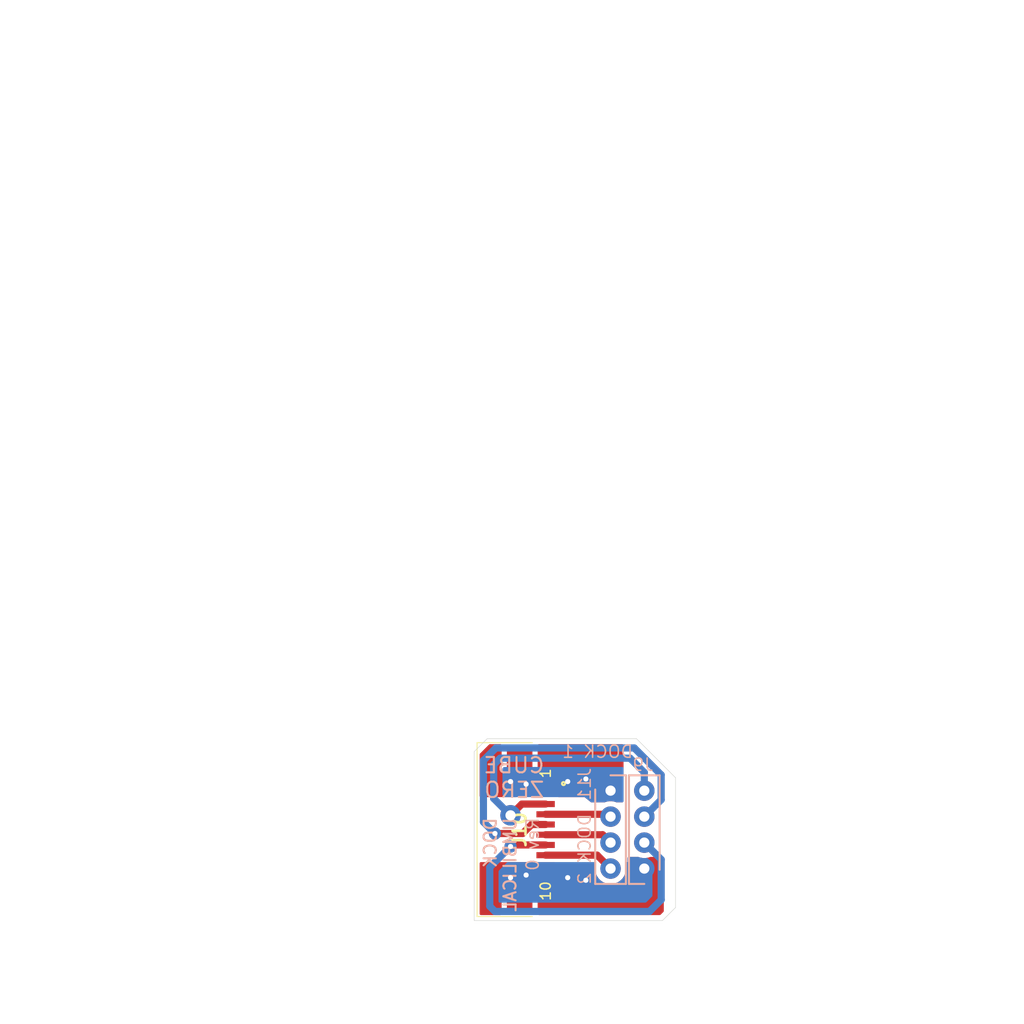
<source format=kicad_pcb>
(kicad_pcb (version 20171130) (host pcbnew "(5.1.9)-1")

  (general
    (thickness 1.6)
    (drawings 14)
    (tracks 47)
    (zones 0)
    (modules 3)
    (nets 9)
  )

  (page A4)
  (layers
    (0 F.Cu signal)
    (31 B.Cu signal)
    (32 B.Adhes user)
    (33 F.Adhes user)
    (34 B.Paste user)
    (35 F.Paste user)
    (36 B.SilkS user)
    (37 F.SilkS user)
    (38 B.Mask user)
    (39 F.Mask user)
    (40 Dwgs.User user)
    (41 Cmts.User user)
    (42 Eco1.User user)
    (43 Eco2.User user)
    (44 Edge.Cuts user)
    (45 Margin user)
    (46 B.CrtYd user)
    (47 F.CrtYd user)
    (48 B.Fab user)
    (49 F.Fab user)
  )

  (setup
    (last_trace_width 0.7)
    (user_trace_width 0.5)
    (user_trace_width 0.7)
    (user_trace_width 0.8)
    (user_trace_width 0.9)
    (user_trace_width 1)
    (user_trace_width 1.5)
    (user_trace_width 1.9)
    (user_trace_width 2)
    (user_trace_width 3)
    (user_trace_width 4)
    (trace_clearance 0.3)
    (zone_clearance 0.508)
    (zone_45_only no)
    (trace_min 0.2)
    (via_size 0.8)
    (via_drill 0.4)
    (via_min_size 0.4)
    (via_min_drill 0.3)
    (user_via 1.2 0.5)
    (user_via 2 1)
    (user_via 3 1.5)
    (user_via 4 2)
    (uvia_size 0.3)
    (uvia_drill 0.1)
    (uvias_allowed no)
    (uvia_min_size 0.2)
    (uvia_min_drill 0.1)
    (edge_width 0.05)
    (segment_width 0.2)
    (pcb_text_width 0.3)
    (pcb_text_size 1.5 1.5)
    (mod_edge_width 0.12)
    (mod_text_size 1 1)
    (mod_text_width 0.15)
    (pad_size 1.8 3.9)
    (pad_drill 0)
    (pad_to_mask_clearance 0)
    (aux_axis_origin 0 0)
    (visible_elements 7FFFFFFF)
    (pcbplotparams
      (layerselection 0x010fc_ffffffff)
      (usegerberextensions false)
      (usegerberattributes true)
      (usegerberadvancedattributes true)
      (creategerberjobfile true)
      (excludeedgelayer true)
      (linewidth 0.100000)
      (plotframeref false)
      (viasonmask false)
      (mode 1)
      (useauxorigin false)
      (hpglpennumber 1)
      (hpglpenspeed 20)
      (hpglpendiameter 15.000000)
      (psnegative false)
      (psa4output false)
      (plotreference true)
      (plotvalue true)
      (plotinvisibletext false)
      (padsonsilk false)
      (subtractmaskfromsilk false)
      (outputformat 1)
      (mirror false)
      (drillshape 1)
      (scaleselection 1)
      (outputdirectory ""))
  )

  (net 0 "")
  (net 1 /AUX0_2)
  (net 2 /3V3_2)
  (net 3 /GND1_2)
  (net 4 /24V_2)
  (net 5 /HEATER_OUT_2)
  (net 6 /THERM_OUT_2)
  (net 7 /GND_2)
  (net 8 /V_AUX0_2)

  (net_class Default "This is the default net class."
    (clearance 0.3)
    (trace_width 0.3)
    (via_dia 0.8)
    (via_drill 0.4)
    (uvia_dia 0.3)
    (uvia_drill 0.1)
    (add_net /24V_2)
    (add_net /24V_3)
    (add_net /3V3_2)
    (add_net /3V3_3)
    (add_net /AUX0_2)
    (add_net /AUX0_3)
    (add_net /GND1_2)
    (add_net /GND1_3)
    (add_net /GND_2)
    (add_net /HEATER_OUT_2)
    (add_net /HEATER_OUT_3)
    (add_net /THERM_OUT_2)
    (add_net /THERM_OUT_3)
    (add_net /V_AUX0_2)
    (add_net "Net-(J13-Pad3)")
    (add_net "Net-(J13-Pad4)")
    (add_net "Net-(J13-Pad5)")
    (add_net "Net-(J13-Pad6)")
    (add_net "Net-(J13-Pad7)")
    (add_net "Net-(J13-Pad8)")
  )

  (module 0c-boards:ZF1-10-XX-ZZ-WT-TR (layer F.Cu) (tedit 6005BB57) (tstamp 60089AD0)
    (at 168.275 106.045 270)
    (descr ZF1-10-XX-ZZ-WT-TR)
    (tags Connector)
    (path /6008D6D2)
    (attr smd)
    (fp_text reference J10 (at 0 2.54 90) (layer F.SilkS)
      (effects (font (size 1.27 1.27) (thickness 0.254)))
    )
    (fp_text value ZF1-10-01-T-WT-TR (at 0 5.207 90) (layer F.Fab)
      (effects (font (size 1.27 1.27) (thickness 0.254)))
    )
    (fp_circle (center -4.5 -1.75) (end -4.5 -1.7) (layer F.SilkS) (width 0.2))
    (fp_line (start -9.7 7.9) (end -9.7 -2.85) (layer F.CrtYd) (width 0.05))
    (fp_line (start 9.7 7.9) (end -9.7 7.9) (layer F.CrtYd) (width 0.05))
    (fp_line (start 9.7 -2.85) (end 9.7 7.9) (layer F.CrtYd) (width 0.05))
    (fp_line (start -9.7 -2.85) (end 9.7 -2.85) (layer F.CrtYd) (width 0.05))
    (fp_line (start -8.5 6.7) (end -8.5 1.3) (layer F.SilkS) (width 0.1))
    (fp_line (start 8.5 6.7) (end -8.5 6.7) (layer F.SilkS) (width 0.1))
    (fp_line (start 8.5 1.3) (end 8.5 6.7) (layer F.SilkS) (width 0.1))
    (fp_line (start -8.5 6.7) (end -8.5 1.3) (layer F.Fab) (width 0.2))
    (fp_line (start 8.5 6.7) (end -8.5 6.7) (layer F.Fab) (width 0.2))
    (fp_line (start 8.5 1.3) (end 8.5 6.7) (layer F.Fab) (width 0.2))
    (fp_line (start -8.5 1.3) (end 8.5 1.3) (layer F.Fab) (width 0.2))
    (fp_text user 10 (at 6 0 90) (layer F.SilkS)
      (effects (font (size 1 1) (thickness 0.15)))
    )
    (fp_text user 1 (at -5.5 0 90) (layer F.SilkS)
      (effects (font (size 1 1) (thickness 0.15)))
    )
    (fp_text user %R (at 0 2.54 90) (layer F.Fab)
      (effects (font (size 1.27 1.27) (thickness 0.254)))
    )
    (pad 12 smd rect (at 7.1 2.54 270) (size 2.2 2.5) (layers F.Cu F.Paste F.Mask))
    (pad 11 smd rect (at -7.1 2.54 270) (size 2.2 2.5) (layers F.Cu F.Paste F.Mask))
    (pad 10 smd rect (at 4.5 0 270) (size 0.6 1.8) (layers F.Cu F.Paste F.Mask)
      (net 5 /HEATER_OUT_2))
    (pad 9 smd rect (at 3.5 0 270) (size 0.6 1.8) (layers F.Cu F.Paste F.Mask)
      (net 5 /HEATER_OUT_2))
    (pad 8 smd rect (at 2.5 0 270) (size 0.6 1.8) (layers F.Cu F.Paste F.Mask)
      (net 7 /GND_2))
    (pad 7 smd rect (at 1.5 0 270) (size 0.6 1.8) (layers F.Cu F.Paste F.Mask)
      (net 3 /GND1_2))
    (pad 6 smd rect (at 0.5 0 270) (size 0.6 1.8) (layers F.Cu F.Paste F.Mask)
      (net 6 /THERM_OUT_2))
    (pad 5 smd rect (at -0.5 0 270) (size 0.6 1.8) (layers F.Cu F.Paste F.Mask)
      (net 2 /3V3_2))
    (pad 4 smd rect (at -1.5 0 270) (size 0.6 1.8) (layers F.Cu F.Paste F.Mask)
      (net 8 /V_AUX0_2))
    (pad 3 smd rect (at -2.5 0 270) (size 0.6 1.8) (layers F.Cu F.Paste F.Mask)
      (net 1 /AUX0_2))
    (pad 2 smd rect (at -3.5 0 270) (size 0.6 1.8) (layers F.Cu F.Paste F.Mask)
      (net 4 /24V_2))
    (pad 1 smd rect (at -4.5 0 270) (size 0.6 1.8) (layers F.Cu F.Paste F.Mask)
      (net 4 /24V_2))
    (model "D:/Users/Dave/Documents/3D Printing/Cube Zero/Electronics/switcher/c-boards/c-boards.pretty/ZF1-10-01-T-WT-TR.stp"
      (offset (xyz 0 -6.7 1.5))
      (scale (xyz 1 1 1))
      (rotate (xyz -90 0 0))
    )
  )

  (module 0c-boards:811-S1-004-10-017101 (layer B.Cu) (tedit 60040630) (tstamp 600CD6DF)
    (at 174.625 106.045 270)
    (descr "Preci-Dip 8x1 Spring Pin Thru Hole 2.54mm Header")
    (path /6008CF04)
    (fp_text reference J11 (at -4.445 2.54 270) (layer B.SilkS)
      (effects (font (size 1.2 1.2) (thickness 0.15)) (justify mirror))
    )
    (fp_text value "DOCK 2" (at 1.905 2.54 90) (layer B.SilkS)
      (effects (font (size 1.2 1.2) (thickness 0.15)) (justify mirror))
    )
    (fp_line (start -5.06 -1.25) (end -5.06 1.25) (layer B.CrtYd) (width 0.05))
    (fp_line (start 5.06 -1.25) (end -5.06 -1.25) (layer B.CrtYd) (width 0.05))
    (fp_line (start 5.06 1.25) (end 5.06 -1.25) (layer B.CrtYd) (width 0.05))
    (fp_line (start -5.06 1.25) (end 5.06 1.25) (layer B.CrtYd) (width 0.05))
    (fp_line (start -5.31 -1.5) (end -5.31 0) (layer B.SilkS) (width 0.2))
    (fp_line (start 5.31 -1.5) (end -5.31 -1.5) (layer B.SilkS) (width 0.2))
    (fp_line (start 5.31 1.5) (end 5.31 -1.5) (layer B.SilkS) (width 0.2))
    (fp_line (start -3.92 1.5) (end 5.31 1.5) (layer B.SilkS) (width 0.2))
    (pad 1 thru_hole circle (at -3.81 0 270) (size 2 2) (drill 1) (layers *.Cu *.Mask)
      (net 4 /24V_2))
    (pad 2 thru_hole circle (at -1.27 0 270) (size 2 2) (drill 1) (layers *.Cu *.Mask)
      (net 8 /V_AUX0_2))
    (pad 3 thru_hole circle (at 1.27 0 270) (size 2 2) (drill 1) (layers *.Cu *.Mask)
      (net 6 /THERM_OUT_2))
    (pad 4 thru_hole circle (at 3.81 0 270) (size 2 2) (drill 1) (layers *.Cu *.Mask)
      (net 7 /GND_2))
    (model "D:/Users/Dave/Documents/3D Printing/Cube Zero/Electronics/switcher/c-boards/c-boards.pretty/811-S1-004-10-017.step"
      (offset (xyz -3.82 0 0))
      (scale (xyz 1 1 1))
      (rotate (xyz 0 0 0))
    )
  )

  (module 0c-boards:811-S1-004-10-017101 (layer B.Cu) (tedit 60040630) (tstamp 600CD6A2)
    (at 177.925 106.045 90)
    (descr "Preci-Dip 8x1 Spring Pin Thru Hole 2.54mm Header")
    (path /6008C108)
    (fp_text reference J9 (at 6.35 -0.125) (layer B.SilkS)
      (effects (font (size 1.2 1.2) (thickness 0.15)) (justify mirror))
    )
    (fp_text value "DOCK 1" (at 7.62 -4.57) (layer B.SilkS)
      (effects (font (size 1.2 1.2) (thickness 0.15)) (justify mirror))
    )
    (fp_line (start -5.06 -1.25) (end -5.06 1.25) (layer B.CrtYd) (width 0.05))
    (fp_line (start 5.06 -1.25) (end -5.06 -1.25) (layer B.CrtYd) (width 0.05))
    (fp_line (start 5.06 1.25) (end 5.06 -1.25) (layer B.CrtYd) (width 0.05))
    (fp_line (start -5.06 1.25) (end 5.06 1.25) (layer B.CrtYd) (width 0.05))
    (fp_line (start -5.31 -1.5) (end -5.31 0) (layer B.SilkS) (width 0.2))
    (fp_line (start 5.31 -1.5) (end -5.31 -1.5) (layer B.SilkS) (width 0.2))
    (fp_line (start 5.31 1.5) (end 5.31 -1.5) (layer B.SilkS) (width 0.2))
    (fp_line (start -3.92 1.5) (end 5.31 1.5) (layer B.SilkS) (width 0.2))
    (pad 1 thru_hole circle (at -3.81 0 90) (size 2 2) (drill 1) (layers *.Cu *.Mask)
      (net 5 /HEATER_OUT_2))
    (pad 2 thru_hole circle (at -1.27 0 90) (size 2 2) (drill 1) (layers *.Cu *.Mask)
      (net 3 /GND1_2))
    (pad 3 thru_hole circle (at 1.27 0 90) (size 2 2) (drill 1) (layers *.Cu *.Mask)
      (net 2 /3V3_2))
    (pad 4 thru_hole circle (at 3.81 0 90) (size 2 2) (drill 1) (layers *.Cu *.Mask)
      (net 1 /AUX0_2))
    (model "D:/Users/Dave/Documents/3D Printing/Cube Zero/Electronics/switcher/c-boards/c-boards.pretty/811-S1-004-10-017.step"
      (offset (xyz -3.82 0 0))
      (scale (xyz 1 1 1))
      (rotate (xyz 0 0 0))
    )
  )

  (gr_line (start 161.29 114.935) (end 161.29 98.425) (layer Edge.Cuts) (width 0.05) (tstamp 600CD6FD))
  (gr_line (start 179.705 114.935) (end 161.29 114.935) (layer Edge.Cuts) (width 0.05))
  (gr_line (start 180.975 113.665) (end 179.705 114.935) (layer Edge.Cuts) (width 0.05))
  (gr_line (start 180.975 100.965) (end 180.975 113.665) (layer Edge.Cuts) (width 0.05))
  (gr_line (start 177.165 97.155) (end 180.975 100.965) (layer Edge.Cuts) (width 0.05))
  (gr_line (start 162.56 97.155) (end 177.165 97.155) (layer Edge.Cuts) (width 0.05))
  (gr_line (start 161.29 98.425) (end 162.56 97.155) (layer Edge.Cuts) (width 0.05))
  (gr_line (start 215 125) (end 215 25) (layer Dwgs.User) (width 0.15))
  (gr_line (start 215 25) (end 115 25) (layer Dwgs.User) (width 0.15) (tstamp 6009DBBA))
  (gr_poly (pts (xy 169.1005 102.489) (xy 167.4241 102.489) (xy 167.4241 101.5238) (xy 169.1005 101.5238)) (layer F.Mask) (width 0.1) (tstamp 60095F7C))
  (gr_poly (pts (xy 169.1005 110.5027) (xy 167.4241 110.5027) (xy 167.4241 109.5375) (xy 169.1005 109.5375)) (layer F.Mask) (width 0.1) (tstamp 60095F8E))
  (gr_text "CUBE\nZERO" (at 168.275 100.965) (layer B.SilkS) (tstamp 60095F5B)
    (effects (font (size 1.5 1.5) (thickness 0.2)) (justify left mirror))
  )
  (gr_text "Rev 0" (at 167.005 104.775 90) (layer B.SilkS) (tstamp 60095F5E)
    (effects (font (size 1.2 1.2) (thickness 0.15)) (justify left mirror))
  )
  (gr_text "DOCK\nUMBILICAL" (at 163.83 104.775 90) (layer B.SilkS) (tstamp 60095F61)
    (effects (font (size 1.2 1.2) (thickness 0.2)) (justify left mirror))
  )

  (via (at 164.846 104.648) (size 2) (drill 1) (layers F.Cu B.Cu) (net 1))
  (segment (start 165.949 103.545) (end 164.846 104.648) (width 0.7) (layer F.Cu) (net 1))
  (segment (start 168.275 103.545) (end 165.949 103.545) (width 0.7) (layer F.Cu) (net 1))
  (segment (start 177.925 100.455) (end 177.925 102.235) (width 0.7) (layer B.Cu) (net 1))
  (segment (start 176.53 99.06) (end 177.925 100.455) (width 0.7) (layer B.Cu) (net 1))
  (segment (start 163.83 99.06) (end 176.53 99.06) (width 0.7) (layer B.Cu) (net 1))
  (segment (start 163.195 99.695) (end 163.83 99.06) (width 0.7) (layer B.Cu) (net 1))
  (segment (start 163.195 102.997) (end 163.195 99.695) (width 0.7) (layer B.Cu) (net 1))
  (segment (start 164.846 104.648) (end 163.195 102.997) (width 0.7) (layer B.Cu) (net 1))
  (segment (start 163.415783 98.05999) (end 162.19499 99.280783) (width 0.7) (layer B.Cu) (net 2))
  (segment (start 176.944217 98.05999) (end 163.415783 98.05999) (width 0.7) (layer B.Cu) (net 2))
  (segment (start 179.575001 100.690774) (end 176.944217 98.05999) (width 0.7) (layer B.Cu) (net 2))
  (segment (start 162.19499 99.280783) (end 162.19499 103.284216) (width 0.7) (layer B.Cu) (net 2))
  (segment (start 179.575001 103.124999) (end 179.575001 100.690774) (width 0.7) (layer B.Cu) (net 2))
  (segment (start 177.925 104.775) (end 179.575001 103.124999) (width 0.7) (layer B.Cu) (net 2))
  (via (at 163.322 106.426) (size 1.2) (drill 0.5) (layers F.Cu B.Cu) (net 2))
  (segment (start 162.19499 105.29899) (end 163.322 106.426) (width 0.7) (layer B.Cu) (net 2))
  (segment (start 162.19499 103.284216) (end 162.19499 105.29899) (width 0.7) (layer B.Cu) (net 2))
  (segment (start 166.904998 105.545) (end 168.275 105.545) (width 0.7) (layer F.Cu) (net 2))
  (segment (start 166.023998 106.426) (end 166.904998 105.545) (width 0.7) (layer F.Cu) (net 2))
  (segment (start 163.322 106.426) (end 166.023998 106.426) (width 0.7) (layer F.Cu) (net 2))
  (via (at 164.846 107.696) (size 1.2) (drill 0.5) (layers F.Cu B.Cu) (net 3))
  (segment (start 164.997 107.545) (end 164.846 107.696) (width 0.7) (layer F.Cu) (net 3))
  (segment (start 168.275 107.545) (end 164.997 107.545) (width 0.7) (layer F.Cu) (net 3))
  (segment (start 179.578 108.968) (end 177.925 107.315) (width 0.7) (layer B.Cu) (net 3))
  (segment (start 163.322 114.046) (end 178.435 114.046) (width 0.7) (layer B.Cu) (net 3))
  (segment (start 162.814 113.538) (end 163.322 114.046) (width 0.7) (layer B.Cu) (net 3))
  (segment (start 162.814 109.728) (end 162.814 113.538) (width 0.7) (layer B.Cu) (net 3))
  (segment (start 164.846 107.696) (end 162.814 109.728) (width 0.7) (layer B.Cu) (net 3))
  (segment (start 179.578 112.903) (end 178.435 114.046) (width 0.7) (layer B.Cu) (net 3))
  (segment (start 179.578 108.968) (end 179.578 112.903) (width 0.7) (layer B.Cu) (net 3))
  (segment (start 168.275 101.545) (end 168.275 102.545) (width 0.3) (layer F.Cu) (net 4))
  (via (at 164.846 101.346) (size 1.2) (drill 0.5) (layers F.Cu B.Cu) (net 4))
  (via (at 166.37 101.6) (size 1.2) (drill 0.5) (layers F.Cu B.Cu) (net 4))
  (via (at 172.212 101.092) (size 1.2) (drill 0.5) (layers F.Cu B.Cu) (net 4) (tstamp 600CD49D))
  (via (at 170.434 101.346) (size 1.2) (drill 0.5) (layers F.Cu B.Cu) (net 4) (tstamp 600CD4A1))
  (via (at 166.37 110.49) (size 1.2) (drill 0.5) (layers F.Cu B.Cu) (net 5) (tstamp 600CD574))
  (segment (start 168.275 109.545) (end 168.275 110.545) (width 0.3) (layer F.Cu) (net 5))
  (via (at 164.846 110.744) (size 1.2) (drill 0.5) (layers F.Cu B.Cu) (net 5) (tstamp 600CD675))
  (via (at 170.434 110.744) (size 1.2) (drill 0.5) (layers F.Cu B.Cu) (net 5) (tstamp 600CD677))
  (via (at 172.212 110.998) (size 1.2) (drill 0.5) (layers F.Cu B.Cu) (net 5) (tstamp 600CD679))
  (segment (start 173.855 106.545) (end 174.625 107.315) (width 0.7) (layer F.Cu) (net 6))
  (segment (start 168.275 106.545) (end 173.855 106.545) (width 0.7) (layer F.Cu) (net 6))
  (segment (start 173.315 108.545) (end 168.275 108.545) (width 0.7) (layer F.Cu) (net 7))
  (segment (start 174.625 109.855) (end 173.315 108.545) (width 0.7) (layer F.Cu) (net 7))
  (segment (start 174.395 104.545) (end 168.275 104.545) (width 0.7) (layer F.Cu) (net 8))
  (segment (start 174.625 104.775) (end 174.395 104.545) (width 0.7) (layer F.Cu) (net 8))

  (zone (net 5) (net_name /HEATER_OUT_2) (layer F.Cu) (tstamp 0) (hatch edge 0.508)
    (connect_pads yes (clearance 0.508))
    (min_thickness 0.254)
    (fill yes (arc_segments 32) (thermal_gap 0.508) (thermal_bridge_width 0.508))
    (polygon
      (pts
        (xy 179.832 114.808) (xy 161.544 114.808) (xy 161.544 109.22) (xy 176.276 109.22) (xy 176.276 108.712)
        (xy 179.832 108.712)
      )
    )
    (filled_polygon
      (pts
        (xy 177.448088 108.887168) (xy 177.763967 108.95) (xy 178.086033 108.95) (xy 178.401912 108.887168) (xy 178.5182 108.839)
        (xy 179.705 108.839) (xy 179.705 114.00162) (xy 179.43162 114.275) (xy 167.620117 114.275) (xy 167.623072 114.245)
        (xy 167.623072 112.045) (xy 167.610812 111.920518) (xy 167.574502 111.80082) (xy 167.515537 111.690506) (xy 167.436185 111.593815)
        (xy 167.339494 111.514463) (xy 167.22918 111.455498) (xy 167.109482 111.419188) (xy 166.985 111.406928) (xy 164.485 111.406928)
        (xy 164.360518 111.419188) (xy 164.24082 111.455498) (xy 164.130506 111.514463) (xy 164.033815 111.593815) (xy 163.954463 111.690506)
        (xy 163.895498 111.80082) (xy 163.859188 111.920518) (xy 163.846928 112.045) (xy 163.846928 114.245) (xy 163.849883 114.275)
        (xy 161.95 114.275) (xy 161.95 109.347) (xy 166.985733 109.347) (xy 167.020506 109.375537) (xy 167.13082 109.434502)
        (xy 167.250518 109.470812) (xy 167.375 109.483072) (xy 167.97419 109.483072) (xy 168.081906 109.515747) (xy 168.22662 109.53)
        (xy 172.907 109.53) (xy 173.003433 109.626434) (xy 172.99 109.693967) (xy 172.99 110.016033) (xy 173.052832 110.331912)
        (xy 173.176082 110.629463) (xy 173.355013 110.897252) (xy 173.582748 111.124987) (xy 173.850537 111.303918) (xy 174.148088 111.427168)
        (xy 174.463967 111.49) (xy 174.786033 111.49) (xy 175.101912 111.427168) (xy 175.399463 111.303918) (xy 175.667252 111.124987)
        (xy 175.894987 110.897252) (xy 176.073918 110.629463) (xy 176.197168 110.331912) (xy 176.26 110.016033) (xy 176.26 109.693967)
        (xy 176.197168 109.378088) (xy 176.184291 109.347) (xy 176.276 109.347) (xy 176.300776 109.34456) (xy 176.324601 109.337333)
        (xy 176.346557 109.325597) (xy 176.365803 109.309803) (xy 176.381597 109.290557) (xy 176.393333 109.268601) (xy 176.40056 109.244776)
        (xy 176.403 109.22) (xy 176.403 108.839) (xy 177.3318 108.839)
      )
    )
  )
  (zone (net 5) (net_name /HEATER_OUT_2) (layer B.Cu) (tstamp 600CD31E) (hatch edge 0.508)
    (connect_pads yes (clearance 0.508))
    (min_thickness 0.254)
    (fill yes (arc_segments 32) (thermal_gap 0.508) (thermal_bridge_width 0.508))
    (polygon
      (pts
        (xy 179.832 114.808) (xy 161.544 114.808) (xy 161.544 109.22) (xy 176.276 109.22) (xy 176.276 108.712)
        (xy 179.832 108.712)
      )
    )
    (filled_polygon
      (pts
        (xy 177.448088 108.887168) (xy 177.763967 108.95) (xy 178.086033 108.95) (xy 178.153567 108.936567) (xy 178.593 109.376)
        (xy 178.593001 112.494999) (xy 178.027 113.061) (xy 163.799 113.061) (xy 163.799 110.136) (xy 164.588001 109.347)
        (xy 173.065709 109.347) (xy 173.052832 109.378088) (xy 172.99 109.693967) (xy 172.99 110.016033) (xy 173.052832 110.331912)
        (xy 173.176082 110.629463) (xy 173.355013 110.897252) (xy 173.582748 111.124987) (xy 173.850537 111.303918) (xy 174.148088 111.427168)
        (xy 174.463967 111.49) (xy 174.786033 111.49) (xy 175.101912 111.427168) (xy 175.399463 111.303918) (xy 175.667252 111.124987)
        (xy 175.894987 110.897252) (xy 176.073918 110.629463) (xy 176.197168 110.331912) (xy 176.26 110.016033) (xy 176.26 109.693967)
        (xy 176.197168 109.378088) (xy 176.184291 109.347) (xy 176.276 109.347) (xy 176.300776 109.34456) (xy 176.324601 109.337333)
        (xy 176.346557 109.325597) (xy 176.365803 109.309803) (xy 176.381597 109.290557) (xy 176.393333 109.268601) (xy 176.40056 109.244776)
        (xy 176.403 109.22) (xy 176.403 108.839) (xy 177.3318 108.839)
      )
    )
  )
  (zone (net 4) (net_name /24V_2) (layer B.Cu) (tstamp 600CD335) (hatch edge 0.508)
    (connect_pads yes (clearance 0.508))
    (min_thickness 0.254)
    (fill yes (arc_segments 32) (thermal_gap 0.508) (thermal_bridge_width 0.508))
    (polygon
      (pts
        (xy 175.895 99.695) (xy 163.83 99.695) (xy 163.83 102.87) (xy 172.085 102.87) (xy 172.72 103.378)
        (xy 175.895 103.378)
      )
    )
    (filled_polygon
      (pts
        (xy 175.768 103.251) (xy 175.2182 103.251) (xy 175.101912 103.202832) (xy 174.786033 103.14) (xy 174.463967 103.14)
        (xy 174.148088 103.202832) (xy 174.0318 103.251) (xy 172.764548 103.251) (xy 172.164336 102.77083) (xy 172.143465 102.757257)
        (xy 172.120346 102.748018) (xy 172.085 102.743) (xy 164.334 102.743) (xy 164.18 102.589) (xy 164.18 100.103)
        (xy 164.238 100.045) (xy 175.768 100.045)
      )
    )
  )
  (zone (net 4) (net_name /24V_2) (layer F.Cu) (tstamp 600CD3A4) (hatch edge 0.508)
    (connect_pads yes (clearance 0.508))
    (min_thickness 0.254)
    (fill yes (arc_segments 32) (thermal_gap 0.508) (thermal_bridge_width 0.508))
    (polygon
      (pts
        (xy 175.895 97.282) (xy 161.544 97.282) (xy 161.544 102.87) (xy 172.085 102.87) (xy 172.72 103.378)
        (xy 175.895 103.378)
      )
    )
    (filled_polygon
      (pts
        (xy 163.846928 97.845) (xy 163.846928 100.045) (xy 163.859188 100.169482) (xy 163.895498 100.28918) (xy 163.954463 100.399494)
        (xy 164.033815 100.496185) (xy 164.130506 100.575537) (xy 164.24082 100.634502) (xy 164.360518 100.670812) (xy 164.485 100.683072)
        (xy 166.985 100.683072) (xy 167.109482 100.670812) (xy 167.22918 100.634502) (xy 167.339494 100.575537) (xy 167.436185 100.496185)
        (xy 167.515537 100.399494) (xy 167.574502 100.28918) (xy 167.610812 100.169482) (xy 167.623072 100.045) (xy 167.623072 97.845)
        (xy 167.620117 97.815) (xy 175.768 97.815) (xy 175.768 103.251) (xy 175.2182 103.251) (xy 175.101912 103.202832)
        (xy 174.786033 103.14) (xy 174.463967 103.14) (xy 174.148088 103.202832) (xy 174.0318 103.251) (xy 172.764548 103.251)
        (xy 172.164336 102.77083) (xy 172.143465 102.757257) (xy 172.120346 102.748018) (xy 172.085 102.743) (xy 169.564267 102.743)
        (xy 169.529494 102.714463) (xy 169.41918 102.655498) (xy 169.299482 102.619188) (xy 169.175 102.606928) (xy 168.57581 102.606928)
        (xy 168.468094 102.574253) (xy 168.32338 102.56) (xy 165.99738 102.56) (xy 165.949 102.555235) (xy 165.90062 102.56)
        (xy 165.755906 102.574253) (xy 165.570233 102.630576) (xy 165.399116 102.72204) (xy 165.373576 102.743) (xy 161.95 102.743)
        (xy 161.95 98.69838) (xy 162.833381 97.815) (xy 163.849883 97.815)
      )
    )
  )
)

</source>
